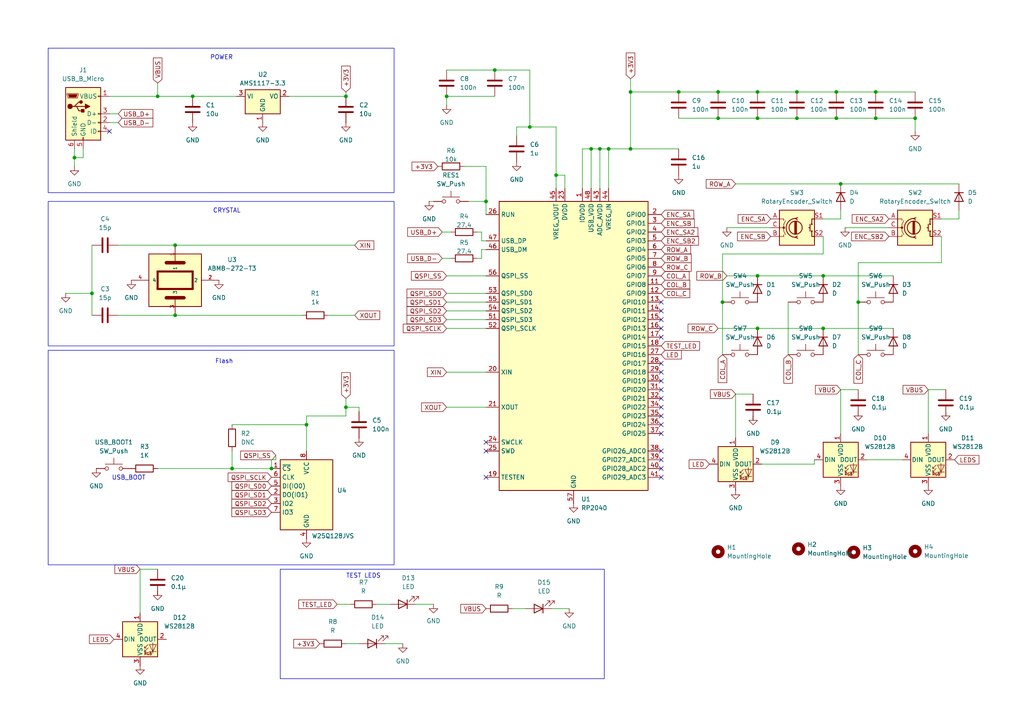
<source format=kicad_sch>
(kicad_sch (version 20231120) (generator "eeschema") (generator_version "8.0")
  (paper "A4")
  (junction (at 208.28 26.67))
  (junction (at 26.67 85.09))
  (junction (at 176.53 43.18))
  (junction (at 231.14 34.29))
  (junction (at 45.72 27.94))
  (junction (at 129.54 27.94))
  (junction (at 242.57 34.29))
  (junction (at 242.57 26.67))
  (junction (at 219.71 95.25))
  (junction (at 182.88 26.67))
  (junction (at 171.45 43.18))
  (junction (at 238.76 80.01))
  (junction (at 219.71 26.67))
  (junction (at 238.76 95.25))
  (junction (at 161.29 50.8))
  (junction (at 143.51 20.32))
  (junction (at 231.14 26.67))
  (junction (at 219.71 34.29))
  (junction (at 196.85 26.67))
  (junction (at 248.92 87.63))
  (junction (at 21.59 45.72))
  (junction (at 100.33 27.94))
  (junction (at 153.67 36.83))
  (junction (at 100.33 118.11))
  (junction (at 209.55 87.63))
  (junction (at 50.8 91.44))
  (junction (at 208.28 34.29))
  (junction (at 219.71 80.01))
  (junction (at 173.99 43.18))
  (junction (at 243.84 53.34))
  (junction (at 254 26.67))
  (junction (at 78.74 135.89))
  (junction (at 182.88 43.18))
  (junction (at 67.31 135.89))
  (junction (at 50.8 71.12))
  (junction (at 254 34.29))
  (junction (at 88.9 123.19))
  (junction (at 140.97 58.42))
  (junction (at 55.88 27.94))
  (junction (at 265.43 34.29))
  (no_connect (at 191.77 123.19))
  (no_connect (at 191.77 118.11))
  (no_connect (at 191.77 138.43))
  (no_connect (at 191.77 95.25))
  (no_connect (at 191.77 90.17))
  (no_connect (at 191.77 133.35))
  (no_connect (at 191.77 110.49))
  (no_connect (at 191.77 135.89))
  (no_connect (at 191.77 92.71))
  (no_connect (at 140.97 128.27))
  (no_connect (at 31.75 38.1))
  (no_connect (at 191.77 113.03))
  (no_connect (at 191.77 87.63))
  (no_connect (at 140.97 138.43))
  (no_connect (at 191.77 120.65))
  (no_connect (at 140.97 130.81))
  (no_connect (at 191.77 125.73))
  (no_connect (at 191.77 97.79))
  (no_connect (at 191.77 115.57))
  (no_connect (at 191.77 105.41))
  (no_connect (at 191.77 130.81))
  (no_connect (at 191.77 107.95))
  (wire (pts (xy 80.01 132.08) (xy 80.01 133.35)))
  (wire (pts (xy 135.89 58.42) (xy 140.97 58.42)))
  (wire (pts (xy 153.67 36.83) (xy 153.67 20.32)))
  (wire (pts (xy 140.97 87.63) (xy 129.54 87.63)))
  (wire (pts (xy 182.88 43.18) (xy 182.88 26.67)))
  (wire (pts (xy 139.7 67.31) (xy 138.43 67.31)))
  (wire (pts (xy 238.76 63.5) (xy 243.84 63.5)))
  (wire (pts (xy 238.76 80.01) (xy 259.08 80.01)))
  (wire (pts (xy 129.54 27.94) (xy 129.54 30.48)))
  (wire (pts (xy 120.65 175.26) (xy 125.73 175.26)))
  (wire (pts (xy 213.36 114.3) (xy 213.36 127)))
  (wire (pts (xy 176.53 43.18) (xy 176.53 54.61)))
  (wire (pts (xy 50.8 71.12) (xy 102.87 71.12)))
  (wire (pts (xy 160.02 176.53) (xy 165.1 176.53)))
  (wire (pts (xy 55.88 27.94) (xy 68.58 27.94)))
  (wire (pts (xy 168.91 43.18) (xy 168.91 54.61)))
  (wire (pts (xy 45.72 171.45) (xy 45.72 172.72)))
  (wire (pts (xy 139.7 67.31) (xy 139.7 69.85)))
  (wire (pts (xy 182.88 26.67) (xy 182.88 22.86)))
  (wire (pts (xy 196.85 34.29) (xy 208.28 34.29)))
  (wire (pts (xy 243.84 113.03) (xy 243.84 125.73)))
  (wire (pts (xy 171.45 43.18) (xy 173.99 43.18)))
  (wire (pts (xy 196.85 26.67) (xy 208.28 26.67)))
  (wire (pts (xy 149.86 36.83) (xy 153.67 36.83)))
  (wire (pts (xy 208.28 95.25) (xy 219.71 95.25)))
  (wire (pts (xy 208.28 26.67) (xy 219.71 26.67)))
  (wire (pts (xy 161.29 50.8) (xy 163.83 50.8)))
  (wire (pts (xy 139.7 74.93) (xy 139.7 72.39)))
  (wire (pts (xy 213.36 53.34) (xy 243.84 53.34)))
  (wire (pts (xy 228.6 87.63) (xy 228.6 102.87)))
  (wire (pts (xy 100.33 186.69) (xy 104.14 186.69)))
  (wire (pts (xy 88.9 120.65) (xy 100.33 120.65)))
  (wire (pts (xy 87.63 91.44) (xy 50.8 91.44)))
  (wire (pts (xy 231.14 34.29) (xy 242.57 34.29)))
  (wire (pts (xy 31.75 27.94) (xy 45.72 27.94)))
  (wire (pts (xy 219.71 80.01) (xy 238.76 80.01)))
  (wire (pts (xy 218.44 114.3) (xy 213.36 114.3)))
  (wire (pts (xy 209.55 87.63) (xy 209.55 102.87)))
  (wire (pts (xy 67.31 135.89) (xy 45.72 135.89)))
  (wire (pts (xy 248.92 76.2) (xy 248.92 87.63)))
  (wire (pts (xy 245.11 66.04) (xy 257.81 66.04)))
  (wire (pts (xy 78.74 135.89) (xy 67.31 135.89)))
  (wire (pts (xy 238.76 95.25) (xy 259.08 95.25)))
  (wire (pts (xy 21.59 43.18) (xy 21.59 45.72)))
  (wire (pts (xy 140.97 95.25) (xy 129.54 95.25)))
  (wire (pts (xy 243.84 53.34) (xy 278.13 53.34)))
  (wire (pts (xy 24.13 45.72) (xy 21.59 45.72)))
  (wire (pts (xy 100.33 27.94) (xy 100.33 26.67)))
  (wire (pts (xy 26.67 85.09) (xy 26.67 91.44)))
  (wire (pts (xy 67.31 135.89) (xy 67.31 130.81)))
  (wire (pts (xy 26.67 71.12) (xy 26.67 85.09)))
  (wire (pts (xy 219.71 34.29) (xy 231.14 34.29)))
  (wire (pts (xy 220.98 134.62) (xy 236.22 134.62)))
  (wire (pts (xy 104.14 118.11) (xy 100.33 118.11)))
  (wire (pts (xy 242.57 34.29) (xy 254 34.29)))
  (wire (pts (xy 149.86 39.37) (xy 149.86 36.83)))
  (wire (pts (xy 109.22 175.26) (xy 113.03 175.26)))
  (wire (pts (xy 248.92 113.03) (xy 243.84 113.03)))
  (wire (pts (xy 265.43 34.29) (xy 265.43 38.1)))
  (wire (pts (xy 45.72 165.1) (xy 40.64 165.1)))
  (wire (pts (xy 140.97 118.11) (xy 129.54 118.11)))
  (wire (pts (xy 34.29 71.12) (xy 50.8 71.12)))
  (wire (pts (xy 100.33 115.57) (xy 100.33 118.11)))
  (wire (pts (xy 26.67 85.09) (xy 19.05 85.09)))
  (wire (pts (xy 45.72 27.94) (xy 55.88 27.94)))
  (wire (pts (xy 173.99 43.18) (xy 176.53 43.18)))
  (wire (pts (xy 21.59 45.72) (xy 21.59 48.26)))
  (wire (pts (xy 219.71 95.25) (xy 238.76 95.25)))
  (wire (pts (xy 130.81 67.31) (xy 128.27 67.31)))
  (wire (pts (xy 140.97 85.09) (xy 129.54 85.09)))
  (wire (pts (xy 83.82 27.94) (xy 100.33 27.94)))
  (wire (pts (xy 231.14 26.67) (xy 242.57 26.67)))
  (wire (pts (xy 278.13 63.5) (xy 278.13 60.96)))
  (wire (pts (xy 251.46 133.35) (xy 261.62 133.35)))
  (wire (pts (xy 171.45 43.18) (xy 171.45 54.61)))
  (wire (pts (xy 140.97 90.17) (xy 129.54 90.17)))
  (wire (pts (xy 128.27 74.93) (xy 130.81 74.93)))
  (wire (pts (xy 78.74 133.35) (xy 78.74 135.89)))
  (wire (pts (xy 140.97 92.71) (xy 129.54 92.71)))
  (wire (pts (xy 210.82 66.04) (xy 223.52 66.04)))
  (wire (pts (xy 140.97 48.26) (xy 134.62 48.26)))
  (wire (pts (xy 273.05 76.2) (xy 248.92 76.2)))
  (wire (pts (xy 80.01 133.35) (xy 78.74 133.35)))
  (wire (pts (xy 208.28 34.29) (xy 219.71 34.29)))
  (wire (pts (xy 273.05 68.58) (xy 273.05 76.2)))
  (wire (pts (xy 242.57 26.67) (xy 254 26.67)))
  (wire (pts (xy 143.51 27.94) (xy 129.54 27.94)))
  (wire (pts (xy 243.84 63.5) (xy 243.84 60.96)))
  (wire (pts (xy 168.91 43.18) (xy 171.45 43.18)))
  (wire (pts (xy 218.44 120.65) (xy 218.44 121.92)))
  (wire (pts (xy 248.92 87.63) (xy 248.92 102.87)))
  (wire (pts (xy 269.24 113.03) (xy 269.24 125.73)))
  (wire (pts (xy 34.29 35.56) (xy 31.75 35.56)))
  (wire (pts (xy 254 34.29) (xy 265.43 34.29)))
  (wire (pts (xy 111.76 186.69) (xy 116.84 186.69)))
  (wire (pts (xy 140.97 80.01) (xy 129.54 80.01)))
  (wire (pts (xy 163.83 50.8) (xy 163.83 54.61)))
  (wire (pts (xy 161.29 50.8) (xy 161.29 54.61)))
  (wire (pts (xy 45.72 24.13) (xy 45.72 27.94)))
  (wire (pts (xy 219.71 26.67) (xy 231.14 26.67)))
  (wire (pts (xy 129.54 20.32) (xy 143.51 20.32)))
  (wire (pts (xy 274.32 113.03) (xy 269.24 113.03)))
  (wire (pts (xy 88.9 123.19) (xy 88.9 120.65)))
  (wire (pts (xy 210.82 80.01) (xy 219.71 80.01)))
  (wire (pts (xy 125.73 58.42) (xy 124.46 58.42)))
  (wire (pts (xy 173.99 43.18) (xy 173.99 54.61)))
  (wire (pts (xy 161.29 36.83) (xy 161.29 50.8)))
  (wire (pts (xy 236.22 134.62) (xy 236.22 133.35)))
  (wire (pts (xy 176.53 43.18) (xy 182.88 43.18)))
  (wire (pts (xy 67.31 123.19) (xy 88.9 123.19)))
  (wire (pts (xy 34.29 33.02) (xy 31.75 33.02)))
  (wire (pts (xy 196.85 26.67) (xy 182.88 26.67)))
  (wire (pts (xy 254 26.67) (xy 265.43 26.67)))
  (wire (pts (xy 196.85 43.18) (xy 182.88 43.18)))
  (wire (pts (xy 139.7 69.85) (xy 140.97 69.85)))
  (wire (pts (xy 95.25 91.44) (xy 102.87 91.44)))
  (wire (pts (xy 209.55 73.66) (xy 238.76 73.66)))
  (wire (pts (xy 238.76 73.66) (xy 238.76 68.58)))
  (wire (pts (xy 139.7 74.93) (xy 138.43 74.93)))
  (wire (pts (xy 40.64 165.1) (xy 40.64 177.8)))
  (wire (pts (xy 24.13 43.18) (xy 24.13 45.72)))
  (wire (pts (xy 153.67 36.83) (xy 161.29 36.83)))
  (wire (pts (xy 97.79 175.26) (xy 101.6 175.26)))
  (wire (pts (xy 273.05 63.5) (xy 278.13 63.5)))
  (wire (pts (xy 34.29 91.44) (xy 50.8 91.44)))
  (wire (pts (xy 209.55 87.63) (xy 209.55 73.66)))
  (wire (pts (xy 248.92 119.38) (xy 248.92 120.65)))
  (wire (pts (xy 100.33 118.11) (xy 100.33 120.65)))
  (wire (pts (xy 148.59 176.53) (xy 152.4 176.53)))
  (wire (pts (xy 140.97 62.23) (xy 140.97 58.42)))
  (wire (pts (xy 88.9 130.81) (xy 88.9 123.19)))
  (wire (pts (xy 140.97 58.42) (xy 140.97 48.26)))
  (wire (pts (xy 274.32 119.38) (xy 274.32 120.65)))
  (wire (pts (xy 139.7 72.39) (xy 140.97 72.39)))
  (wire (pts (xy 104.14 119.38) (xy 104.14 118.11)))
  (wire (pts (xy 143.51 20.32) (xy 153.67 20.32)))
  (wire (pts (xy 140.97 107.95) (xy 129.54 107.95)))
  (rectangle (start 13.97 58.42) (end 114.3 100.33))
  (rectangle (start 81.28 165.1) (end 175.26 196.85))
  (rectangle (start 13.97 13.97) (end 114.3 55.88))
  (rectangle (start 13.97 101.6) (end 114.3 163.83))
  (text "TEST LEDS" (at 105.41 167.132 0) (effects (font (size 1.27 1.27))))
  (text "USB_BOOT\n" (at 37.338 138.684 0) (effects (font (size 1.27 1.27))))
  (text "POWER\n" (at 64.262 16.764 0) (effects (font (size 1.27 1.27))))
  (text "CRYSTAL\n" (at 65.786 61.214 0) (effects (font (size 1.27 1.27))))
  (text "Flash\n" (at 65.024 104.902 0) (effects (font (size 1.27 1.27))))
  (global_label "VBUS" (shape input) (at 140.97 176.53 180) (property "Intersheetrefs" "${INTERSHEET_REFS}" (effects (hide yes))))
  (global_label "ENC_SA2" (shape input) (at 257.81 63.5 180) (property "Intersheetrefs" "${INTERSHEET_REFS}" (effects (hide yes))))
  (global_label "QSPI_SCLK" (shape input) (at 129.54 95.25 180) (property "Intersheetrefs" "${INTERSHEET_REFS}" (effects (hide yes))))
  (global_label "QSPI_SD3" (shape input) (at 129.54 92.71 180) (property "Intersheetrefs" "${INTERSHEET_REFS}" (effects (hide yes))))
  (global_label "COL_C" (shape input) (at 248.92 102.87 270) (property "Intersheetrefs" "${INTERSHEET_REFS}" (effects (hide yes))))
  (global_label "ROW_C" (shape input) (at 191.77 77.47 0) (property "Intersheetrefs" "${INTERSHEET_REFS}" (effects (hide yes))))
  (global_label "QSPI_SD3" (shape input) (at 78.74 148.59 180) (property "Intersheetrefs" "${INTERSHEET_REFS}" (effects (hide yes))))
  (global_label "QSPI_SCLK" (shape input) (at 78.74 138.43 180) (property "Intersheetrefs" "${INTERSHEET_REFS}" (effects (hide yes))))
  (global_label "ENC_SB" (shape input) (at 191.77 64.77 0) (property "Intersheetrefs" "${INTERSHEET_REFS}" (effects (hide yes))))
  (global_label "COL_A" (shape input) (at 209.55 102.87 270) (property "Intersheetrefs" "${INTERSHEET_REFS}" (effects (hide yes))))
  (global_label "COL_A" (shape input) (at 191.77 80.01 0) (property "Intersheetrefs" "${INTERSHEET_REFS}" (effects (hide yes))))
  (global_label "ROW_B" (shape input) (at 191.77 74.93 0) (property "Intersheetrefs" "${INTERSHEET_REFS}" (effects (hide yes))))
  (global_label "ROW_A" (shape input) (at 191.77 72.39 0) (property "Intersheetrefs" "${INTERSHEET_REFS}" (effects (hide yes))))
  (global_label "ROW_C" (shape input) (at 208.28 95.25 180) (property "Intersheetrefs" "${INTERSHEET_REFS}" (effects (hide yes))))
  (global_label "ENC_SA" (shape input) (at 191.77 62.23 0) (property "Intersheetrefs" "${INTERSHEET_REFS}" (effects (hide yes))))
  (global_label "QSPI_SD1" (shape input) (at 129.54 87.63 180) (property "Intersheetrefs" "${INTERSHEET_REFS}" (effects (hide yes))))
  (global_label "LEDS" (shape input) (at 276.86 133.35 0) (property "Intersheetrefs" "${INTERSHEET_REFS}" (effects (hide yes))))
  (global_label "COL_B" (shape input) (at 228.6 102.87 270) (property "Intersheetrefs" "${INTERSHEET_REFS}" (effects (hide yes))))
  (global_label "VBUS" (shape input) (at 45.72 24.13 90) (property "Intersheetrefs" "${INTERSHEET_REFS}" (effects (hide yes))))
  (global_label "LED" (shape input) (at 205.74 134.62 180) (property "Intersheetrefs" "${INTERSHEET_REFS}" (effects (hide yes))))
  (global_label "QSPI_SD2" (shape input) (at 78.74 146.05 180) (property "Intersheetrefs" "${INTERSHEET_REFS}" (effects (hide yes))))
  (global_label "QSPI_SD0" (shape input) (at 129.54 85.09 180) (property "Intersheetrefs" "${INTERSHEET_REFS}" (effects (hide yes))))
  (global_label "TEST_LED" (shape input) (at 191.77 100.33 0) (property "Intersheetrefs" "${INTERSHEET_REFS}" (effects (hide yes))))
  (global_label "LEDS" (shape input) (at 33.02 185.42 180) (property "Intersheetrefs" "${INTERSHEET_REFS}" (effects (hide yes))))
  (global_label "+3V3" (shape input) (at 100.33 115.57 90) (property "Intersheetrefs" "${INTERSHEET_REFS}" (effects (hide yes))))
  (global_label "ENC_SB" (shape input) (at 223.52 68.58 180) (property "Intersheetrefs" "${INTERSHEET_REFS}" (effects (hide yes))))
  (global_label "ROW_A" (shape input) (at 213.36 53.34 180) (property "Intersheetrefs" "${INTERSHEET_REFS}" (effects (hide yes))))
  (global_label "ENC_SB2" (shape input) (at 257.81 68.58 180) (property "Intersheetrefs" "${INTERSHEET_REFS}" (effects (hide yes))))
  (global_label "QSPI_SD0" (shape input) (at 78.74 140.97 180) (property "Intersheetrefs" "${INTERSHEET_REFS}" (effects (hide yes))))
  (global_label "+3V3" (shape input) (at 92.71 186.69 180) (property "Intersheetrefs" "${INTERSHEET_REFS}" (effects (hide yes))))
  (global_label "QSPI_SS" (shape input) (at 129.54 80.01 180) (property "Intersheetrefs" "${INTERSHEET_REFS}" (effects (hide yes))))
  (global_label "+3V3" (shape input) (at 100.33 26.67 90) (property "Intersheetrefs" "${INTERSHEET_REFS}" (effects (hide yes))))
  (global_label "USB_D+" (shape input) (at 128.27 67.31 180) (property "Intersheetrefs" "${INTERSHEET_REFS}" (effects (hide yes))))
  (global_label "QSPI_SD2" (shape input) (at 129.54 90.17 180) (property "Intersheetrefs" "${INTERSHEET_REFS}" (effects (hide yes))))
  (global_label "ROW_B" (shape input) (at 210.82 80.01 180) (property "Intersheetrefs" "${INTERSHEET_REFS}" (effects (hide yes))))
  (global_label "XOUT" (shape input) (at 102.87 91.44 0) (property "Intersheetrefs" "${INTERSHEET_REFS}" (effects (hide yes))))
  (global_label "USB_D+" (shape input) (at 34.29 33.02 0) (property "Intersheetrefs" "${INTERSHEET_REFS}" (effects (hide yes))))
  (global_label "LED" (shape input) (at 191.77 102.87 0) (property "Intersheetrefs" "${INTERSHEET_REFS}" (effects (hide yes))))
  (global_label "VBUS" (shape input) (at 213.36 114.3 180) (property "Intersheetrefs" "${INTERSHEET_REFS}" (effects (hide yes))))
  (global_label "XOUT" (shape input) (at 129.54 118.11 180) (property "Intersheetrefs" "${INTERSHEET_REFS}" (effects (hide yes))))
  (global_label "COL_C" (shape input) (at 191.77 85.09 0) (property "Intersheetrefs" "${INTERSHEET_REFS}" (effects (hide yes))))
  (global_label "+3V3" (shape input) (at 182.88 22.86 90) (property "Intersheetrefs" "${INTERSHEET_REFS}" (effects (hide yes))))
  (global_label "XIN" (shape input) (at 102.87 71.12 0) (property "Intersheetrefs" "${INTERSHEET_REFS}" (effects (hide yes))))
  (global_label "USB_D-" (shape input) (at 34.29 35.56 0) (property "Intersheetrefs" "${INTERSHEET_REFS}" (effects (hide yes))))
  (global_label "ENC_SA2" (shape input) (at 191.77 67.31 0) (property "Intersheetrefs" "${INTERSHEET_REFS}" (effects (hide yes))))
  (global_label "+3V3" (shape input) (at 127 48.26 180) (property "Intersheetrefs" "${INTERSHEET_REFS}" (effects (hide yes))))
  (global_label "ENC_SA" (shape input) (at 223.52 63.5 180) (property "Intersheetrefs" "${INTERSHEET_REFS}" (effects (hide yes))))
  (global_label "ENC_SB2" (shape input) (at 191.77 69.85 0) (property "Intersheetrefs" "${INTERSHEET_REFS}" (effects (hide yes))))
  (global_label "XIN" (shape input) (at 129.54 107.95 180) (property "Intersheetrefs" "${INTERSHEET_REFS}" (effects (hide yes))))
  (global_label "USB_D-" (shape input) (at 128.27 74.93 180) (property "Intersheetrefs" "${INTERSHEET_REFS}" (effects (hide yes))))
  (global_label "QSPI_SS" (shape input) (at 80.01 132.08 180) (property "Intersheetrefs" "${INTERSHEET_REFS}" (effects (hide yes))))
  (global_label "VBUS" (shape input) (at 243.84 113.03 180) (property "Intersheetrefs" "${INTERSHEET_REFS}" (effects (hide yes))))
  (global_label "VBUS" (shape input) (at 269.24 113.03 180) (property "Intersheetrefs" "${INTERSHEET_REFS}" (effects (hide yes))))
  (global_label "QSPI_SD1" (shape input) (at 78.74 143.51 180) (property "Intersheetrefs" "${INTERSHEET_REFS}" (effects (hide yes))))
  (global_label "COL_B" (shape input) (at 191.77 82.55 0) (property "Intersheetrefs" "${INTERSHEET_REFS}" (effects (hide yes))))
  (global_label "TEST_LED" (shape input) (at 97.79 175.26 180) (property "Intersheetrefs" "${INTERSHEET_REFS}" (effects (hide yes))))
  (global_label "VBUS" (shape input) (at 40.64 165.1 180) (property "Intersheetrefs" "${INTERSHEET_REFS}" (effects (hide yes))))
  (symbol (lib_id "power:GND") (at 196.85 50.8 0) (unit 1)
    (property "Reference" "#PWR014" (effects (hide yes)))
    (property "Value" "GND" (at 196.85 55.88 0))
    (property "Description" "Power symbol creates a global label with name \"GND\" , ground" (effects (hide yes)))
  )
  (symbol (lib_id "Device:LED") (at 116.84 175.26 180) (unit 1)
    (property "Reference" "D13" (at 118.4275 167.64 0))
    (property "Value" "LED" (at 118.4275 170.18 0))
    (property "Footprint" "Inductor_SMD:L_1206_3216Metric" (effects (hide yes)))
    (property "Description" "Light emitting diode" (effects (hide yes)))
  )
  (symbol (lib_id "Device:D") (at 219.71 99.06 270) (unit 1)
    (property "Reference" "D6" (at 222.25 97.7899 90) (effects (justify left)))
    (property "Value" "D" (at 222.25 100.3299 90) (effects (justify left)))
    (property "Footprint" "Diode_SMD:D_SOD-323_HandSoldering" (effects (hide yes)))
    (property "Description" "Diode" (effects (hide yes)))
    (property "Sim.Device" "D" (effects (hide yes)))
    (property "Sim.Pins" "1=K 2=A" (effects (hide yes)))
  )
  (symbol (lib_id "power:GND") (at 88.9 156.21 0) (unit 1)
    (property "Reference" "#PWR09" (effects (hide yes)))
    (property "Value" "GND" (at 88.9 161.29 0))
    (property "Description" "Power symbol creates a global label with name \"GND\" , ground" (effects (hide yes)))
  )
  (symbol (lib_id "power:GND") (at 76.2 35.56 0) (unit 1)
    (property "Reference" "#PWR06" (effects (hide yes)))
    (property "Value" "GND" (at 76.2 40.64 0))
    (property "Description" "Power symbol creates a global label with name \"GND\" , ground" (effects (hide yes)))
  )
  (symbol (lib_id "Memory_Flash:W25Q128JVS") (at 88.9 143.51 0) (unit 1)
    (property "Reference" "U4" (at 97.79 142.2399 0) (effects (justify left)))
    (property "Value" "W25Q128JVS" (at 90.424 155.448 0) (effects (justify left)))
    (property "Footprint" "Package_SO:SOIC-8_5.23x5.23mm_P1.27mm" (effects (hide yes)))
    (property "Datasheet" "http://www.winbond.com/resource-files/w25q128jv_dtr%20revc%2003272018%20plus.pdf" (effects (hide yes)))
    (property "Description" "128Mb Serial Flash Memory, Standard/Dual/Quad SPI, SOIC-8" (effects (hide yes)))
  )
  (symbol (lib_id "Device:C") (at 196.85 46.99 0) (unit 1)
    (property "Reference" "C16" (at 200.66 45.7199 0) (effects (justify left)))
    (property "Value" "1u" (at 200.66 48.2599 0) (effects (justify left)))
    (property "Footprint" "Capacitor_SMD:C_1206_3216Metric" (effects (hide yes)))
    (property "Description" "Unpolarized capacitor" (effects (hide yes)))
  )
  (symbol (lib_id "power:GND") (at 248.92 119.38 0) (unit 1)
    (property "Reference" "#PWR021" (effects (hide yes)))
    (property "Value" "GND" (at 248.92 124.46 0))
    (property "Description" "Power symbol creates a global label with name \"GND\" , ground" (effects (hide yes)))
  )
  (symbol (lib_id "Device:C") (at 104.14 123.19 0) (unit 1)
    (property "Reference" "C5" (at 107.95 121.9199 0) (effects (justify left)))
    (property "Value" "100n" (at 107.95 124.4599 0) (effects (justify left)))
    (property "Footprint" "Capacitor_SMD:C_1206_3216Metric" (effects (hide yes)))
    (property "Description" "Unpolarized capacitor" (effects (hide yes)))
  )
  (symbol (lib_id "Device:C") (at 30.48 71.12 90) (unit 1)
    (property "Reference" "C4" (at 30.48 63.5 90))
    (property "Value" "15p" (at 30.48 66.04 90))
    (property "Footprint" "Capacitor_SMD:C_1206_3216Metric" (effects (hide yes)))
    (property "Description" "Unpolarized capacitor" (effects (hide yes)))
  )
  (symbol (lib_id "Device:C") (at 208.28 30.48 0) (unit 1)
    (property "Reference" "C10" (at 212.09 29.2099 0) (effects (justify left)))
    (property "Value" "100n" (at 212.09 31.7499 0) (effects (justify left)))
    (property "Footprint" "Capacitor_SMD:C_1206_3216Metric" (effects (hide yes)))
    (property "Description" "Unpolarized capacitor" (effects (hide yes)))
  )
  (symbol (lib_id "Device:D") (at 238.76 99.06 270) (unit 1)
    (property "Reference" "D7" (at 241.3 97.7899 90) (effects (justify left)))
    (property "Value" "D" (at 241.3 100.3299 90) (effects (justify left)))
    (property "Footprint" "Diode_SMD:D_SOD-323_HandSoldering" (effects (hide yes)))
    (property "Description" "Diode" (effects (hide yes)))
    (property "Sim.Device" "D" (effects (hide yes)))
    (property "Sim.Pins" "1=K 2=A" (effects (hide yes)))
  )
  (symbol (lib_id "Device:C") (at 219.71 30.48 0) (unit 1)
    (property "Reference" "C11" (at 223.52 29.2099 0) (effects (justify left)))
    (property "Value" "100n" (at 223.52 31.7499 0) (effects (justify left)))
    (property "Footprint" "Capacitor_SMD:C_1206_3216Metric" (effects (hide yes)))
    (property "Description" "Unpolarized capacitor" (effects (hide yes)))
  )
  (symbol (lib_id "Device:RotaryEncoder_Switch") (at 231.14 66.04 0) (unit 1)
    (property "Reference" "SW3" (at 231.14 55.88 0))
    (property "Value" "RotaryEncoder_Switch" (at 231.14 58.42 0))
    (property "Footprint" "Rotary_Encoder:RotaryEncoder_Alps_EC11E-Switch_Vertical_H20mm_CircularMountingHoles" (effects (hide yes)))
    (property "Description" "Rotary encoder, dual channel, incremental quadrate outputs, with switch" (effects (hide yes)))
  )
  (symbol (lib_id "power:GND") (at 40.64 193.04 0) (unit 1)
    (property "Reference" "#PWR024" (effects (hide yes)))
    (property "Value" "GND" (at 40.64 198.12 0))
    (property "Description" "Power symbol creates a global label with name \"GND\" , ground" (effects (hide yes)))
  )
  (symbol (lib_id "LED:WS2812B") (at 213.36 134.62 0) (unit 1)
    (property "Reference" "D9" (at 224.79 128.3014 0))
    (property "Value" "WS2812B" (at 224.79 130.8414 0))
    (property "Footprint" "LED_SMD:LED_WS2812B_PLCC4_5.0x5.0mm_P3.2mm" (effects (hide yes)))
    (property "Datasheet" "https://cdn-shop.adafruit.com/datasheets/WS2812B.pdf" (effects (hide yes)))
    (property "Description" "RGB LED with integrated controller" (effects (hide yes)))
  )
  (symbol (lib_id "Device:C") (at 143.51 24.13 0) (unit 1)
    (property "Reference" "C7" (at 147.32 22.8599 0) (effects (justify left)))
    (property "Value" "100n" (at 147.32 25.3999 0) (effects (justify left)))
    (property "Footprint" "Capacitor_SMD:C_1206_3216Metric" (effects (hide yes)))
    (property "Description" "Unpolarized capacitor" (effects (hide yes)))
  )
  (symbol (lib_id "Mechanical:MountingHole") (at 231.6059 159.2045 0) (unit 1) (exclude_from_sim yes) (in_bom no)
    (property "Reference" "H2" (at 234.1459 157.9344 0) (effects (justify left)))
    (property "Value" "MountingHole" (at 234.1459 160.4744 0) (effects (justify left)))
    (property "Footprint" "MountingHole:MountingHole_3mm" (effects (hide yes)))
    (property "Description" "Mounting Hole without connection" (effects (hide yes)))
  )
  (symbol (lib_id "Device:R") (at 41.91 135.89 90) (unit 1)
    (property "Reference" "R3" (at 41.91 129.54 90))
    (property "Value" "1K" (at 41.91 132.08 90))
    (property "Footprint" "Resistor_SMD:R_1206_3216Metric" (effects (hide yes)))
    (property "Description" "Resistor" (effects (hide yes)))
  )
  (symbol (lib_id "power:GND") (at 19.05 85.09 0) (unit 1)
    (property "Reference" "#PWR03" (effects (hide yes)))
    (property "Value" "GND" (at 19.05 90.17 0))
    (property "Description" "Power symbol creates a global label with name \"GND\" , ground" (effects (hide yes)))
  )
  (symbol (lib_id "LED:WS2812B") (at 40.64 185.42 0) (unit 1)
    (property "Reference" "D12" (at 52.07 179.1014 0))
    (property "Value" "WS2812B" (at 52.07 181.6414 0))
    (property "Footprint" "LED_SMD:LED_WS2812B_PLCC4_5.0x5.0mm_P3.2mm" (effects (hide yes)))
    (property "Datasheet" "https://cdn-shop.adafruit.com/datasheets/WS2812B.pdf" (effects (hide yes)))
    (property "Description" "RGB LED with integrated controller" (effects (hide yes)))
  )
  (symbol (lib_id "Mechanical:MountingHole") (at 208.28 160.02 0) (unit 1) (exclude_from_sim yes) (in_bom no)
    (property "Reference" "H1" (at 210.82 158.7499 0) (effects (justify left)))
    (property "Value" "MountingHole" (at 210.82 161.2899 0) (effects (justify left)))
    (property "Footprint" "MountingHole:MountingHole_3mm" (effects (hide yes)))
    (property "Description" "Mounting Hole without connection" (effects (hide yes)))
  )
  (symbol (lib_id "power:GND") (at 265.43 38.1 0) (unit 1)
    (property "Reference" "#PWR012" (effects (hide yes)))
    (property "Value" "GND" (at 265.43 43.18 0))
    (property "Description" "Power symbol creates a global label with name \"GND\" , ground" (effects (hide yes)))
  )
  (symbol (lib_id "power:GND") (at 243.84 140.97 0) (unit 1)
    (property "Reference" "#PWR020" (effects (hide yes)))
    (property "Value" "GND" (at 243.84 146.05 0))
    (property "Description" "Power symbol creates a global label with name \"GND\" , ground" (effects (hide yes)))
  )
  (symbol (lib_id "Device:C") (at 242.57 30.48 0) (unit 1)
    (property "Reference" "C13" (at 246.38 29.2099 0) (effects (justify left)))
    (property "Value" "100n" (at 246.38 31.7499 0) (effects (justify left)))
    (property "Footprint" "Capacitor_SMD:C_1206_3216Metric" (effects (hide yes)))
    (property "Description" "Unpolarized capacitor" (effects (hide yes)))
  )
  (symbol (lib_id "Switch:SW_Push") (at 130.81 58.42 0) (unit 1)
    (property "Reference" "RES1" (at 130.81 50.8 0))
    (property "Value" "SW_Push" (at 130.81 53.34 0))
    (property "Footprint" "Button_Switch_THT:SW_PUSH_6mm" (effects (hide yes)))
    (property "Description" "Push button switch, generic, two pins" (effects (hide yes)))
  )
  (symbol (lib_id "power:GND") (at 104.14 127 0) (unit 1)
    (property "Reference" "#PWR08" (effects (hide yes)))
    (property "Value" "GND" (at 104.14 132.08 0))
    (property "Description" "Power symbol creates a global label with name \"GND\" , ground" (effects (hide yes)))
  )
  (symbol (lib_id "Connector:USB_B_Micro") (at 24.13 33.02 0) (unit 1)
    (property "Reference" "J1" (at 24.13 20.32 0))
    (property "Value" "USB_B_Micro" (at 24.13 22.86 0))
    (property "Footprint" "Connector_USB:USB_Micro-B_Amphenol_10103594-0001LF_Horizontal" (effects (hide yes)))
    (property "Description" "USB Micro Type B connector" (effects (hide yes)))
  )
  (symbol (lib_id "Device:D") (at 259.08 99.06 270) (unit 1)
    (property "Reference" "D8" (at 261.62 97.7899 90) (effects (justify left)))
    (property "Value" "D" (at 261.62 100.3299 90) (effects (justify left)))
    (property "Footprint" "Diode_SMD:D_SOD-323_HandSoldering" (effects (hide yes)))
    (property "Description" "Diode" (effects (hide yes)))
    (property "Sim.Device" "D" (effects (hide yes)))
    (property "Sim.Pins" "1=K 2=A" (effects (hide yes)))
  )
  (symbol (lib_id "Regulator_Linear:AMS1117-3.3") (at 76.2 27.94 0) (unit 1)
    (property "Reference" "U2" (at 76.2 21.59 0))
    (property "Value" "AMS1117-3.3" (at 76.2 24.13 0))
    (property "Footprint" "Package_TO_SOT_SMD:SOT-223-3_TabPin2" (effects (hide yes)))
    (property "Datasheet" "http://www.advanced-monolithic.com/pdf/ds1117.pdf" (effects (hide yes)))
    (property "Description" "1A Low Dropout regulator, positive, 3.3V fixed output, SOT-223" (effects (hide yes)))
  )
  (symbol (lib_id "Device:LED") (at 156.21 176.53 180) (unit 1)
    (property "Reference" "D15" (at 157.7975 168.91 0))
    (property "Value" "LED" (at 157.7975 171.45 0))
    (property "Footprint" "Inductor_SMD:L_1206_3216Metric" (effects (hide yes)))
    (property "Description" "Light emitting diode" (effects (hide yes)))
  )
  (symbol (lib_id "Device:R") (at 130.81 48.26 90) (unit 1)
    (property "Reference" "R6" (at 130.81 43.688 90))
    (property "Value" "10k" (at 130.81 46.228 90))
    (property "Footprint" "Resistor_SMD:R_1206_3216Metric" (effects (hide yes)))
    (property "Description" "Resistor" (effects (hide yes)))
  )
  (symbol (lib_id "Device:LED") (at 107.95 186.69 180) (unit 1)
    (property "Reference" "D14" (at 109.5375 179.07 0))
    (property "Value" "LED" (at 109.5375 181.61 0))
    (property "Footprint" "Inductor_SMD:L_1206_3216Metric" (effects (hide yes)))
    (property "Description" "Light emitting diode" (effects (hide yes)))
  )
  (symbol (lib_id "Mechanical:MountingHole") (at 265.4466 159.9008 0) (unit 1) (exclude_from_sim yes) (in_bom no)
    (property "Reference" "H4" (at 267.9866 158.6307 0) (effects (justify left)))
    (property "Value" "MountingHole" (at 267.9866 161.1707 0) (effects (justify left)))
    (property "Footprint" "MountingHole:MountingHole_3mm" (effects (hide yes)))
    (property "Description" "Mounting Hole without connection" (effects (hide yes)))
  )
  (symbol (lib_id "Switch:SW_Push") (at 233.68 87.63 0) (unit 1)
    (property "Reference" "SW5" (at 233.68 80.01 0))
    (property "Value" "SW_Push" (at 233.68 82.55 0))
    (property "Footprint" "Button_Switch_Keyboard:SW_Cherry_MX_1.00u_PCB" (effects (hide yes)))
    (property "Description" "Push button switch, generic, two pins" (effects (hide yes)))
  )
  (symbol (lib_id "Switch:SW_Push") (at 254 102.87 0) (unit 1)
    (property "Reference" "SW9" (at 254 95.25 0))
    (property "Value" "SW_Push" (at 254 97.79 0))
    (property "Footprint" "Button_Switch_Keyboard:SW_Cherry_MX_1.00u_PCB" (effects (hide yes)))
    (property "Description" "Push button switch, generic, two pins" (effects (hide yes)))
  )
  (symbol (lib_id "Device:R") (at 96.52 186.69 90) (unit 1)
    (property "Reference" "R8" (at 96.52 180.34 90))
    (property "Value" "R" (at 96.52 182.88 90))
    (property "Footprint" "Resistor_SMD:R_1206_3216Metric" (effects (hide yes)))
    (property "Description" "Resistor" (effects (hide yes)))
  )
  (symbol (lib_id "Device:C") (at 45.72 168.91 0) (unit 1)
    (property "Reference" "C20" (at 49.53 167.6399 0) (effects (justify left)))
    (property "Value" "0.1µ" (at 49.53 170.1799 0) (effects (justify left)))
    (property "Footprint" "Capacitor_SMD:C_1206_3216Metric" (effects (hide yes)))
    (property "Description" "Unpolarized capacitor" (effects (hide yes)))
  )
  (symbol (lib_id "LED:WS2812B") (at 243.84 133.35 0) (unit 1)
    (property "Reference" "D10" (at 255.27 127.0314 0))
    (property "Value" "WS2812B" (at 255.27 129.5714 0))
    (property "Footprint" "LED_SMD:LED_WS2812B_PLCC4_5.0x5.0mm_P3.2mm" (effects (hide yes)))
    (property "Datasheet" "https://cdn-shop.adafruit.com/datasheets/WS2812B.pdf" (effects (hide yes)))
    (property "Description" "RGB LED with integrated controller" (effects (hide yes)))
  )
  (symbol (lib_id "Device:C") (at 231.14 30.48 0) (unit 1)
    (property "Reference" "C12" (at 234.95 29.2099 0) (effects (justify left)))
    (property "Value" "100n" (at 234.95 31.7499 0) (effects (justify left)))
    (property "Footprint" "Capacitor_SMD:C_1206_3216Metric" (effects (hide yes)))
    (property "Description" "Unpolarized capacitor" (effects (hide yes)))
  )
  (symbol (lib_id "Device:RotaryEncoder_Switch") (at 265.43 66.04 0) (unit 1)
    (property "Reference" "SW2" (at 265.43 55.88 0))
    (property "Value" "RotaryEncoder_Switch" (at 265.43 58.42 0))
    (property "Footprint" "Rotary_Encoder:RotaryEncoder_Alps_EC11E-Switch_Vertical_H20mm_CircularMountingHoles" (effects (hide yes)))
    (property "Description" "Rotary encoder, dual channel, incremental quadrate outputs, with switch" (effects (hide yes)))
  )
  (symbol (lib_id "power:GND") (at 165.1 176.53 0) (unit 1)
    (property "Reference" "#PWR028" (effects (hide yes)))
    (property "Value" "GND" (at 165.1 181.61 0))
    (property "Description" "Power symbol creates a global label with name \"GND\" , ground" (effects (hide yes)))
  )
  (symbol (lib_id "Switch:SW_Push") (at 33.02 135.89 0) (unit 1)
    (property "Reference" "USB_BOOT1" (at 33.02 128.27 0))
    (property "Value" "SW_Push" (at 33.02 130.81 0))
    (property "Footprint" "Button_Switch_THT:SW_PUSH_6mm" (effects (hide yes)))
    (property "Description" "Push button switch, generic, two pins" (effects (hide yes)))
  )
  (symbol (lib_id "power:GND") (at 21.59 48.26 0) (unit 1)
    (property "Reference" "#PWR04" (effects (hide yes)))
    (property "Value" "GND" (at 21.59 53.34 0))
    (property "Description" "Power symbol creates a global label with name \"GND\" , ground" (effects (hide yes)))
  )
  (symbol (lib_id "power:GND") (at 100.33 35.56 0) (unit 1)
    (property "Reference" "#PWR07" (effects (hide yes)))
    (property "Value" "GND" (at 100.33 40.64 0))
    (property "Description" "Power symbol creates a global label with name \"GND\" , ground" (effects (hide yes)))
  )
  (symbol (lib_id "Device:R") (at 134.62 67.31 90) (unit 1)
    (property "Reference" "R4" (at 134.62 62.738 90))
    (property "Value" "27.4" (at 134.62 65.278 90))
    (property "Footprint" "Resistor_SMD:R_1206_3216Metric" (effects (hide yes)))
    (property "Description" "Resistor" (effects (hide yes)))
  )
  (symbol (lib_id "Device:C") (at 129.54 24.13 0) (unit 1)
    (property "Reference" "C8" (at 133.35 22.8599 0) (effects (justify left)))
    (property "Value" "100n" (at 133.35 25.3999 0) (effects (justify left)))
    (property "Footprint" "Capacitor_SMD:C_1206_3216Metric" (effects (hide yes)))
    (property "Description" "Unpolarized capacitor" (effects (hide yes)))
  )
  (symbol (lib_id "Device:C") (at 254 30.48 0) (unit 1)
    (property "Reference" "C14" (at 257.81 29.2099 0) (effects (justify left)))
    (property "Value" "100n" (at 257.81 31.7499 0) (effects (justify left)))
    (property "Footprint" "Capacitor_SMD:C_1206_3216Metric" (effects (hide yes)))
    (property "Description" "Unpolarized capacitor" (effects (hide yes)))
  )
  (symbol (lib_id "Device:C") (at 274.32 116.84 0) (unit 1)
    (property "Reference" "C19" (at 278.13 115.5699 0) (effects (justify left)))
    (property "Value" "0.1µ" (at 278.13 118.1099 0) (effects (justify left)))
    (property "Footprint" "Capacitor_SMD:C_1206_3216Metric" (effects (hide yes)))
    (property "Description" "Unpolarized capacitor" (effects (hide yes)))
  )
  (symbol (lib_id "Device:R") (at 105.41 175.26 90) (unit 1)
    (property "Reference" "R7" (at 105.41 168.91 90))
    (property "Value" "R" (at 105.41 171.45 90))
    (property "Footprint" "Resistor_SMD:R_1206_3216Metric" (effects (hide yes)))
    (property "Description" "Resistor" (effects (hide yes)))
  )
  (symbol (lib_id "Switch:SW_Push") (at 214.63 102.87 0) (unit 1)
    (property "Reference" "SW7" (at 214.63 95.25 0))
    (property "Value" "SW_Push" (at 214.63 97.79 0))
    (property "Footprint" "Button_Switch_Keyboard:SW_Cherry_MX_1.00u_PCB" (effects (hide yes)))
    (property "Description" "Push button switch, generic, two pins" (effects (hide yes)))
  )
  (symbol (lib_id "Device:C") (at 196.85 30.48 0) (unit 1)
    (property "Reference" "C9" (at 200.66 29.2099 0) (effects (justify left)))
    (property "Value" "100n" (at 200.66 31.7499 0) (effects (justify left)))
    (property "Footprint" "Capacitor_SMD:C_1206_3216Metric" (effects (hide yes)))
    (property "Description" "Unpolarized capacitor" (effects (hide yes)))
  )
  (symbol (lib_id "MCU_RaspberryPi:RP2040") (at 166.37 100.33 0) (unit 1)
    (property "Reference" "U1" (at 168.5641 144.78 0) (effects (justify left)))
    (property "Value" "RP2040" (at 168.5641 147.32 0) (effects (justify left)))
    (property "Footprint" "Package_DFN_QFN:QFN-56-1EP_7x7mm_P0.4mm_EP3.2x3.2mm" (effects (hide yes)))
    (property "Datasheet" "https://datasheets.raspberrypi.com/rp2040/rp2040-datasheet.pdf" (effects (hide yes)))
    (property "Description" "A microcontroller by Raspberry Pi" (effects (hide yes)))
  )
  (symbol (lib_id "Device:C") (at 30.48 91.44 90) (unit 1)
    (property "Reference" "C3" (at 30.48 83.82 90))
    (property "Value" "15p" (at 30.48 86.36 90))
    (property "Footprint" "Capacitor_SMD:C_1206_3216Metric" (effects (hide yes)))
    (property "Description" "Unpolarized capacitor" (effects (hide yes)))
  )
  (symbol (lib_id "Device:C") (at 100.33 31.75 0) (unit 1)
    (property "Reference" "C2" (at 104.14 30.4799 0) (effects (justify left)))
    (property "Value" "10u" (at 104.14 33.0199 0) (effects (justify left)))
    (property "Footprint" "Capacitor_SMD:C_1206_3216Metric" (effects (hide yes)))
    (property "Description" "Unpolarized capacitor" (effects (hide yes)))
  )
  (symbol (lib_id "Device:C") (at 55.88 31.75 0) (unit 1)
    (property "Reference" "C1" (at 59.69 30.4799 0) (effects (justify left)))
    (property "Value" "10u" (at 59.69 33.0199 0) (effects (justify left)))
    (property "Footprint" "Capacitor_SMD:C_1206_3216Metric" (effects (hide yes)))
    (property "Description" "Unpolarized capacitor" (effects (hide yes)))
  )
  (symbol (lib_id "power:GND") (at 116.84 186.69 0) (unit 1)
    (property "Reference" "#PWR027" (effects (hide yes)))
    (property "Value" "GND" (at 116.84 191.77 0))
    (property "Description" "Power symbol creates a global label with name \"GND\" , ground" (effects (hide yes)))
  )
  (symbol (lib_id "Device:R") (at 91.44 91.44 90) (unit 1)
    (property "Reference" "R1" (at 91.44 85.09 90))
    (property "Value" "1k" (at 91.44 87.63 90))
    (property "Footprint" "Resistor_SMD:R_1206_3216Metric" (effects (hide yes)))
    (property "Description" "Resistor" (effects (hide yes)))
  )
  (symbol (lib_id "Device:R") (at 134.62 74.93 90) (unit 1)
    (property "Reference" "R5" (at 134.62 70.358 90))
    (property "Value" "27.4" (at 134.62 72.898 90))
    (property "Footprint" "Resistor_SMD:R_1206_3216Metric" (effects (hide yes)))
    (property "Description" "Resistor" (effects (hide yes)))
  )
  (symbol (lib_id "Device:C") (at 149.86 43.18 0) (unit 1)
    (property "Reference" "C6" (at 153.67 41.9099 0) (effects (justify left)))
    (property "Value" "1u" (at 153.67 44.4499 0) (effects (justify left)))
    (property "Footprint" "Capacitor_SMD:C_1206_3216Metric" (effects (hide yes)))
    (property "Description" "Unpolarized capacitor" (effects (hide yes)))
  )
  (symbol (lib_id "power:GND") (at 269.24 140.97 0) (unit 1)
    (property "Reference" "#PWR022" (effects (hide yes)))
    (property "Value" "GND" (at 269.24 146.05 0))
    (property "Description" "Power symbol creates a global label with name \"GND\" , ground" (effects (hide yes)))
  )
  (symbol (lib_id "Device:D") (at 243.84 57.15 270) (unit 1)
    (property "Reference" "D4" (at 246.38 55.8799 90) (effects (justify left)))
    (property "Value" "D" (at 246.38 58.4199 90) (effects (justify left)))
    (property "Footprint" "Diode_SMD:D_SOD-323_HandSoldering" (effects (hide yes)))
    (property "Description" "Diode" (effects (hide yes)))
    (property "Sim.Device" "D" (effects (hide yes)))
    (property "Sim.Pins" "1=K 2=A" (effects (hide yes)))
  )
  (symbol (lib_id "Device:R") (at 67.31 127 0) (unit 1)
    (property "Reference" "R2" (at 69.85 125.7299 0) (effects (justify left)))
    (property "Value" "DNC" (at 69.85 128.2699 0) (effects (justify left)))
    (property "Footprint" "Resistor_SMD:R_1206_3216Metric" (effects (hide yes)))
    (property "Description" "Resistor" (effects (hide yes)))
  )
  (symbol (lib_id "power:GND") (at 245.11 66.04 0) (unit 1)
    (property "Reference" "#PWR016" (effects (hide yes)))
    (property "Value" "GND" (at 245.11 71.12 0))
    (property "Description" "Power symbol creates a global label with name \"GND\" , ground" (effects (hide yes)))
  )
  (symbol (lib_id "Device:D") (at 278.13 57.15 270) (unit 1)
    (property "Reference" "D5" (at 280.67 55.8799 90) (effects (justify left)))
    (property "Value" "D" (at 280.67 58.4199 90) (effects (justify left)))
    (property "Footprint" "Diode_SMD:D_SOD-323_HandSoldering" (effects (hide yes)))
    (property "Description" "Diode" (effects (hide yes)))
    (property "Sim.Device" "D" (effects (hide yes)))
    (property "Sim.Pins" "1=K 2=A" (effects (hide yes)))
  )
  (symbol (lib_id "Mechanical:MountingHole") (at 247.6211 160.1793 0) (unit 1) (exclude_from_sim yes) (in_bom no)
    (property "Reference" "H3" (at 250.1611 158.9092 0) (effects (justify left)))
    (property "Value" "MountingHole" (at 250.1611 161.4492 0) (effects (justify left)))
    (property "Footprint" "MountingHole:MountingHole_3mm" (effects (hide yes)))
    (property "Description" "Mounting Hole without connection" (effects (hide yes)))
  )
  (symbol (lib_id "Switch:SW_Push") (at 233.68 102.87 0) (unit 1)
    (property "Reference" "SW8" (at 233.68 95.25 0))
    (property "Value" "SW_Push" (at 233.68 97.79 0))
    (property "Footprint" "Button_Switch_Keyboard:SW_Cherry_MX_1.00u_PCB" (effects (hide yes)))
    (property "Description" "Push button switch, generic, two pins" (effects (hide yes)))
  )
  (symbol (lib_id "power:GND") (at 45.72 171.45 0) (unit 1)
    (property "Reference" "#PWR025" (effects (hide yes)))
    (property "Value" "GND" (at 45.72 176.53 0))
    (property "Description" "Power symbol creates a global label with name \"GND\" , ground" (effects (hide yes)))
  )
  (symbol (lib_id "Device:D") (at 219.71 83.82 270) (unit 1)
    (property "Reference" "D1" (at 222.25 82.5499 90) (effects (justify left)))
    (property "Value" "D" (at 222.25 85.0899 90) (effects (justify left)))
    (property "Footprint" "Diode_SMD:D_SOD-323_HandSoldering" (effects (hide yes)))
    (property "Description" "Diode" (effects (hide yes)))
    (property "Sim.Device" "D" (effects (hide yes)))
    (property "Sim.Pins" "1=K 2=A" (effects (hide yes)))
  )
  (symbol (lib_id "Device:D") (at 238.76 83.82 270) (unit 1)
    (property "Reference" "D2" (at 241.3 82.5499 90) (effects (justify left)))
    (property "Value" "D" (at 241.3 85.0899 90) (effects (justify left)))
    (property "Footprint" "Diode_SMD:D_SOD-323_HandSoldering" (effects (hide yes)))
    (property "Description" "Diode" (effects (hide yes)))
    (property "Sim.Device" "D" (effects (hide yes)))
    (property "Sim.Pins" "1=K 2=A" (effects (hide yes)))
  )
  (symbol (lib_id "Device:C") (at 265.43 30.48 0) (unit 1)
    (property "Reference" "C15" (at 269.24 29.2099 0) (effects (justify left)))
    (property "Value" "100n" (at 269.24 31.7499 0) (effects (justify left)))
    (property "Footprint" "Capacitor_SMD:C_1206_3216Metric" (effects (hide yes)))
    (property "Description" "Unpolarized capacitor" (effects (hide yes)))
  )
  (symbol (lib_id "power:GND") (at 210.82 66.04 0) (unit 1)
    (property "Reference" "#PWR015" (effects (hide yes)))
    (property "Value" "GND" (at 210.82 71.12 0))
    (property "Description" "Power symbol creates a global label with name \"GND\" , ground" (effects (hide yes)))
  )
  (symbol (lib_id "power:GND") (at 166.37 146.05 0) (unit 1)
    (property "Reference" "#PWR017" (effects (hide yes)))
    (property "Value" "GND" (at 166.37 151.13 0))
    (property "Description" "Power symbol creates a global label with name \"GND\" , ground" (effects (hide yes)))
  )
  (symbol (lib_id "LED:WS2812B") (at 269.24 133.35 0) (unit 1)
    (property "Reference" "D11" (at 280.67 127.0314 0))
    (property "Value" "WS2812B" (at 280.67 129.5714 0))
    (property "Footprint" "LED_SMD:LED_WS2812B_PLCC4_5.0x5.0mm_P3.2mm" (effects (hide yes)))
    (property "Datasheet" "https://cdn-shop.adafruit.com/datasheets/WS2812B.pdf" (effects (hide yes)))
    (property "Description" "RGB LED with integrated controller" (effects (hide yes)))
  )
  (symbol (lib_id "Switch:SW_Push") (at 254 87.63 0) (unit 1)
    (property "Reference" "SW6" (at 254 80.01 0))
    (property "Value" "SW_Push" (at 254 82.55 0))
    (property "Footprint" "Button_Switch_Keyboard:SW_Cherry_MX_1.00u_PCB" (effects (hide yes)))
    (property "Description" "Push button switch, generic, two pins" (effects (hide yes)))
  )
  (symbol (lib_id "power:GND") (at 129.54 30.48 0) (unit 1)
    (property "Reference" "#PWR013" (effects (hide yes)))
    (property "Value" "GND" (at 129.54 35.56 0))
    (property "Description" "Power symbol creates a global label with name \"GND\" , ground" (effects (hide yes)))
  )
  (symbol (lib_id "power:GND") (at 63.5 81.28 0) (unit 1)
    (property "Reference" "#PWR01" (effects (hide yes)))
    (property "Value" "GND" (at 63.5 86.36 0))
    (property "Description" "Power symbol creates a global label with name \"GND\" , ground" (effects (hide yes)))
  )
  (symbol (lib_id "power:GND") (at 125.73 175.26 0) (unit 1)
    (property "Reference" "#PWR026" (effects (hide yes)))
    (property "Value" "GND" (at 125.73 180.086 0))
    (property "Description" "Power symbol creates a global label with name \"GND\" , ground" (effects (hide yes)))
  )
  (symbol (lib_id "power:GND") (at 27.94 135.89 0) (unit 1)
    (property "Reference" "#PWR010" (effects (hide yes)))
    (property "Value" "GND" (at 27.94 140.97 0))
    (property "Description" "Power symbol creates a global label with name \"GND\" , ground" (effects (hide yes)))
  )
  (symbol (lib_id "power:GND") (at 55.88 35.56 0) (unit 1)
    (property "Reference" "#PWR05" (effects (hide yes)))
    (property "Value" "GND" (at 55.88 40.64 0))
    (property "Description" "Power symbol creates a global label with name \"GND\" , ground" (effects (hide yes)))
  )
  (symbol (lib_id "Device:D") (at 259.08 83.82 270) (unit 1)
    (property "Reference" "D3" (at 261.62 82.5499 90) (effects (justify left)))
    (property "Value" "D" (at 261.62 85.0899 90) (effects (justify left)))
    (property "Footprint" "Diode_SMD:D_SOD-323_HandSoldering" (effects (hide yes)))
    (property "Description" "Diode" (effects (hide yes)))
    (property "Sim.Device" "D" (effects (hide yes)))
    (property "Sim.Pins" "1=K 2=A" (effects (hide yes)))
  )
  (symbol (lib_id "power:GND") (at 124.46 58.42 0) (unit 1)
    (property "Reference" "#PWR030" (effects (hide yes)))
    (property "Value" "GND" (at 124.46 63.5 0))
    (property "Description" "Power symbol creates a global label with name \"GND\" , ground" (effects (hide yes)))
  )
  (symbol (lib_id "power:GND") (at 149.86 46.99 0) (unit 1)
    (property "Reference" "#PWR011" (effects (hide yes)))
    (property "Value" "GND" (at 149.86 52.07 0))
    (property "Description" "Power symbol creates a global label with name \"GND\" , ground" (effects (hide yes)))
  )
  (symbol (lib_id "power:GND") (at 38.1 81.28 0) (unit 1)
    (property "Reference" "#PWR02" (effects (hide yes)))
    (property "Value" "GND" (at 38.1 86.36 0))
    (property "Description" "Power symbol creates a global label with name \"GND\" , ground" (effects (hide yes)))
  )
  (symbol (lib_id "Device:R") (at 144.78 176.53 90) (unit 1)
    (property "Reference" "R9" (at 144.78 170.18 90))
    (property "Value" "R" (at 144.78 172.72 90))
    (property "Footprint" "Resistor_SMD:R_1206_3216Metric" (effects (hide yes)))
    (property "Description" "Resistor" (effects (hide yes)))
  )
  (symbol (lib_id "Device:C") (at 218.44 118.11 0) (unit 1)
    (property "Reference" "C17" (at 222.25 116.8399 0) (effects (justify left)))
    (property "Value" "0.1µ" (at 222.25 119.3799 0) (effects (justify left)))
    (property "Footprint" "Capacitor_SMD:C_1206_3216Metric" (effects (hide yes)))
    (property "Description" "Unpolarized capacitor" (effects (hide yes)))
  )
  (symbol (lib_id "Switch:SW_Push") (at 214.63 87.63 0) (unit 1)
    (property "Reference" "SW4" (at 214.63 80.01 0))
    (property "Value" "SW_Push" (at 214.63 82.55 0))
    (property "Footprint" "Button_Switch_Keyboard:SW_Cherry_MX_1.00u_PCB" (effects (hide yes)))
    (property "Description" "Push button switch, generic, two pins" (effects (hide yes)))
  )
  (symbol (lib_id "power:GND") (at 218.44 120.65 0) (unit 1)
    (property "Reference" "#PWR019" (effects (hide yes)))
    (property "Value" "GND" (at 218.44 125.73 0))
    (property "Description" "Power symbol creates a global label with name \"GND\" , ground" (effects (hide yes)))
  )
  (symbol (lib_id "power:GND") (at 274.32 119.38 0) (unit 1)
    (property "Reference" "#PWR023" (effects (hide yes)))
    (property "Value" "GND" (at 274.32 124.46 0))
    (property "Description" "Power symbol creates a global label with name \"GND\" , ground" (effects (hide yes)))
  )
  (symbol (lib_id "Device:C") (at 248.92 116.84 0) (unit 1)
    (property "Reference" "C18" (at 252.73 115.5699 0) (effects (justify left)))
    (property "Value" "0.1µ" (at 252.73 118.1099 0) (effects (justify left)))
    (property "Footprint" "Capacitor_SMD:C_1206_3216Metric" (effects (hide yes)))
    (property "Description" "Unpolarized capacitor" (effects (hide yes)))
  )
  (symbol (lib_id "power:GND") (at 213.36 142.24 0) (unit 1)
    (property "Reference" "#PWR018" (effects (hide yes)))
    (property "Value" "GND" (at 213.36 147.32 0))
    (property "Description" "Power symbol creates a global label with name \"GND\" , ground" (effects (hide yes)))
  )
  (symbol (lib_id "ABM8-272-T3:ABM8-272-T3") (at 50.8 81.28 0) (unit 1)
    (property "Reference" "U3" (at 67.31 75.3108 0))
    (property "Value" "ABM8-272-T3" (at 67.31 77.8508 0))
    (property "Footprint" "rp_2040_symbols:ABM8-272-T3-crystal" (effects (hide yes)))
    (property "MF" "ABRACON" (effects (hide yes)))
    (property "Description_1" "\n                        \n                            12 MHz ±30ppm Crystal 10pF 50 Ohms 4-SMD, No Lead\n                        \n" (effects (hide yes)))
    (property "Package" "None" (effects (hide yes)))
    (property "Price" "None" (effects (hide yes)))
    (property "SnapEDA_Link" "https://www.snapeda.com/parts/ABM8-272-T3/Abracon/view-part/?ref=snap" (effects (hide yes)))
    (property "MP" "ABM8-272-T3" (effects (hide yes)))
    (property "Availability" "In Stock" (effects (hide yes)))
    (property "Check_prices" "https://www.snapeda.com/parts/ABM8-272-T3/Abracon/view-part/?ref=eda" (effects (hide yes)))
  )
)
</source>
